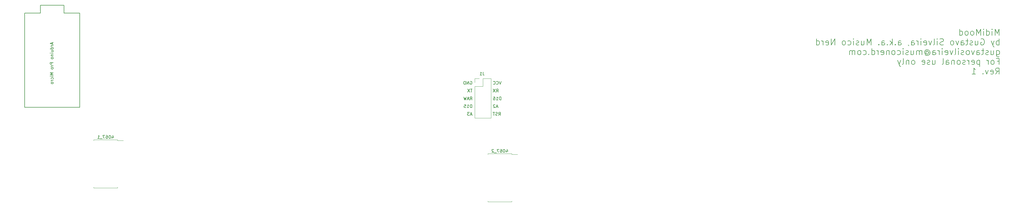
<source format=gbr>
%TF.GenerationSoftware,KiCad,Pcbnew,(5.1.7-0-10_14)*%
%TF.CreationDate,2020-11-07T09:55:29-03:00*%
%TF.ProjectId,MiniMood (tht),4d696e69-4d6f-46f6-9420-28746874292e,1*%
%TF.SameCoordinates,Original*%
%TF.FileFunction,Legend,Bot*%
%TF.FilePolarity,Positive*%
%FSLAX46Y46*%
G04 Gerber Fmt 4.6, Leading zero omitted, Abs format (unit mm)*
G04 Created by KiCad (PCBNEW (5.1.7-0-10_14)) date 2020-11-07 09:55:29*
%MOMM*%
%LPD*%
G01*
G04 APERTURE LIST*
%ADD10C,0.120000*%
%ADD11C,0.150000*%
G04 APERTURE END LIST*
D10*
X262000000Y-54100000D02*
X262000000Y-43900000D01*
X267200000Y-54100000D02*
X262000000Y-54100000D01*
X267200000Y-41300000D02*
X267200000Y-54100000D01*
X264600000Y-41300000D02*
X267200000Y-41300000D01*
X264600000Y-43900000D02*
X264600000Y-41300000D01*
X262000000Y-43900000D02*
X264600000Y-43900000D01*
X262000000Y-41300000D02*
X263400000Y-41300000D01*
X262000000Y-42600000D02*
X262000000Y-41300000D01*
D11*
X269362857Y-50476666D02*
X268886667Y-50476666D01*
X269458095Y-50762380D02*
X269124762Y-49762380D01*
X268791429Y-50762380D01*
X268505714Y-49857619D02*
X268458095Y-49810000D01*
X268362857Y-49762380D01*
X268124762Y-49762380D01*
X268029524Y-49810000D01*
X267981905Y-49857619D01*
X267934286Y-49952857D01*
X267934286Y-50048095D01*
X267981905Y-50190952D01*
X268553333Y-50762380D01*
X267934286Y-50762380D01*
X268886666Y-45742380D02*
X269220000Y-45266190D01*
X269458095Y-45742380D02*
X269458095Y-44742380D01*
X269077142Y-44742380D01*
X268981904Y-44790000D01*
X268934285Y-44837619D01*
X268886666Y-44932857D01*
X268886666Y-45075714D01*
X268934285Y-45170952D01*
X268981904Y-45218571D01*
X269077142Y-45266190D01*
X269458095Y-45266190D01*
X268553333Y-44742380D02*
X267886666Y-45742380D01*
X267886666Y-44742380D02*
X268553333Y-45742380D01*
X269648572Y-53272380D02*
X269981905Y-52796190D01*
X270220000Y-53272380D02*
X270220000Y-52272380D01*
X269839048Y-52272380D01*
X269743810Y-52320000D01*
X269696191Y-52367619D01*
X269648572Y-52462857D01*
X269648572Y-52605714D01*
X269696191Y-52700952D01*
X269743810Y-52748571D01*
X269839048Y-52796190D01*
X270220000Y-52796190D01*
X269267619Y-53224761D02*
X269124762Y-53272380D01*
X268886667Y-53272380D01*
X268791429Y-53224761D01*
X268743810Y-53177142D01*
X268696191Y-53081904D01*
X268696191Y-52986666D01*
X268743810Y-52891428D01*
X268791429Y-52843809D01*
X268886667Y-52796190D01*
X269077143Y-52748571D01*
X269172381Y-52700952D01*
X269220000Y-52653333D01*
X269267619Y-52558095D01*
X269267619Y-52462857D01*
X269220000Y-52367619D01*
X269172381Y-52320000D01*
X269077143Y-52272380D01*
X268839048Y-52272380D01*
X268696191Y-52320000D01*
X268410476Y-52272380D02*
X267839048Y-52272380D01*
X268124762Y-53272380D02*
X268124762Y-52272380D01*
X270505714Y-42232380D02*
X270172381Y-43232380D01*
X269839047Y-42232380D01*
X268934285Y-43137142D02*
X268981904Y-43184761D01*
X269124761Y-43232380D01*
X269220000Y-43232380D01*
X269362857Y-43184761D01*
X269458095Y-43089523D01*
X269505714Y-42994285D01*
X269553333Y-42803809D01*
X269553333Y-42660952D01*
X269505714Y-42470476D01*
X269458095Y-42375238D01*
X269362857Y-42280000D01*
X269220000Y-42232380D01*
X269124761Y-42232380D01*
X268981904Y-42280000D01*
X268934285Y-42327619D01*
X267934285Y-43137142D02*
X267981904Y-43184761D01*
X268124761Y-43232380D01*
X268220000Y-43232380D01*
X268362857Y-43184761D01*
X268458095Y-43089523D01*
X268505714Y-42994285D01*
X268553333Y-42803809D01*
X268553333Y-42660952D01*
X268505714Y-42470476D01*
X268458095Y-42375238D01*
X268362857Y-42280000D01*
X268220000Y-42232380D01*
X268124761Y-42232380D01*
X267981904Y-42280000D01*
X267934285Y-42327619D01*
X270410476Y-48252380D02*
X270410476Y-47252380D01*
X270172381Y-47252380D01*
X270029524Y-47300000D01*
X269934286Y-47395238D01*
X269886667Y-47490476D01*
X269839048Y-47680952D01*
X269839048Y-47823809D01*
X269886667Y-48014285D01*
X269934286Y-48109523D01*
X270029524Y-48204761D01*
X270172381Y-48252380D01*
X270410476Y-48252380D01*
X268886667Y-48252380D02*
X269458095Y-48252380D01*
X269172381Y-48252380D02*
X269172381Y-47252380D01*
X269267619Y-47395238D01*
X269362857Y-47490476D01*
X269458095Y-47538095D01*
X268029524Y-47252380D02*
X268220000Y-47252380D01*
X268315238Y-47300000D01*
X268362857Y-47347619D01*
X268458095Y-47490476D01*
X268505714Y-47680952D01*
X268505714Y-48061904D01*
X268458095Y-48157142D01*
X268410476Y-48204761D01*
X268315238Y-48252380D01*
X268124762Y-48252380D01*
X268029524Y-48204761D01*
X267981905Y-48157142D01*
X267934286Y-48061904D01*
X267934286Y-47823809D01*
X267981905Y-47728571D01*
X268029524Y-47680952D01*
X268124762Y-47633333D01*
X268315238Y-47633333D01*
X268410476Y-47680952D01*
X268458095Y-47728571D01*
X268505714Y-47823809D01*
X261053333Y-52986666D02*
X260577143Y-52986666D01*
X261148571Y-53272380D02*
X260815238Y-52272380D01*
X260481905Y-53272380D01*
X260243809Y-52272380D02*
X259624762Y-52272380D01*
X259958095Y-52653333D01*
X259815238Y-52653333D01*
X259720000Y-52700952D01*
X259672381Y-52748571D01*
X259624762Y-52843809D01*
X259624762Y-53081904D01*
X259672381Y-53177142D01*
X259720000Y-53224761D01*
X259815238Y-53272380D01*
X260100952Y-53272380D01*
X260196190Y-53224761D01*
X260243809Y-53177142D01*
X261005714Y-50762380D02*
X261005714Y-49762380D01*
X260767619Y-49762380D01*
X260624762Y-49810000D01*
X260529524Y-49905238D01*
X260481905Y-50000476D01*
X260434286Y-50190952D01*
X260434286Y-50333809D01*
X260481905Y-50524285D01*
X260529524Y-50619523D01*
X260624762Y-50714761D01*
X260767619Y-50762380D01*
X261005714Y-50762380D01*
X259481905Y-50762380D02*
X260053333Y-50762380D01*
X259767619Y-50762380D02*
X259767619Y-49762380D01*
X259862857Y-49905238D01*
X259958095Y-50000476D01*
X260053333Y-50048095D01*
X258577143Y-49762380D02*
X259053333Y-49762380D01*
X259100952Y-50238571D01*
X259053333Y-50190952D01*
X258958095Y-50143333D01*
X258720000Y-50143333D01*
X258624762Y-50190952D01*
X258577143Y-50238571D01*
X258529524Y-50333809D01*
X258529524Y-50571904D01*
X258577143Y-50667142D01*
X258624762Y-50714761D01*
X258720000Y-50762380D01*
X258958095Y-50762380D01*
X259053333Y-50714761D01*
X259100952Y-50667142D01*
X260434286Y-48252380D02*
X260767619Y-47776190D01*
X261005714Y-48252380D02*
X261005714Y-47252380D01*
X260624762Y-47252380D01*
X260529524Y-47300000D01*
X260481905Y-47347619D01*
X260434286Y-47442857D01*
X260434286Y-47585714D01*
X260481905Y-47680952D01*
X260529524Y-47728571D01*
X260624762Y-47776190D01*
X261005714Y-47776190D01*
X260053333Y-47966666D02*
X259577143Y-47966666D01*
X260148571Y-48252380D02*
X259815238Y-47252380D01*
X259481905Y-48252380D01*
X259243810Y-47252380D02*
X259005714Y-48252380D01*
X258815238Y-47538095D01*
X258624762Y-48252380D01*
X258386667Y-47252380D01*
X261148571Y-44742380D02*
X260577143Y-44742380D01*
X260862857Y-45742380D02*
X260862857Y-44742380D01*
X260339047Y-44742380D02*
X259672381Y-45742380D01*
X259672381Y-44742380D02*
X260339047Y-45742380D01*
X260481904Y-42280000D02*
X260577142Y-42232380D01*
X260720000Y-42232380D01*
X260862857Y-42280000D01*
X260958095Y-42375238D01*
X261005714Y-42470476D01*
X261053333Y-42660952D01*
X261053333Y-42803809D01*
X261005714Y-42994285D01*
X260958095Y-43089523D01*
X260862857Y-43184761D01*
X260720000Y-43232380D01*
X260624761Y-43232380D01*
X260481904Y-43184761D01*
X260434285Y-43137142D01*
X260434285Y-42803809D01*
X260624761Y-42803809D01*
X260005714Y-43232380D02*
X260005714Y-42232380D01*
X259434285Y-43232380D01*
X259434285Y-42232380D01*
X258958095Y-43232380D02*
X258958095Y-42232380D01*
X258720000Y-42232380D01*
X258577142Y-42280000D01*
X258481904Y-42375238D01*
X258434285Y-42470476D01*
X258386666Y-42660952D01*
X258386666Y-42803809D01*
X258434285Y-42994285D01*
X258481904Y-43089523D01*
X258577142Y-43184761D01*
X258720000Y-43232380D01*
X258958095Y-43232380D01*
X431246309Y-27324761D02*
X431246309Y-25324761D01*
X430579642Y-26753333D01*
X429912976Y-25324761D01*
X429912976Y-27324761D01*
X428960595Y-27324761D02*
X428960595Y-25991428D01*
X428960595Y-25324761D02*
X429055833Y-25420000D01*
X428960595Y-25515238D01*
X428865357Y-25420000D01*
X428960595Y-25324761D01*
X428960595Y-25515238D01*
X427151071Y-27324761D02*
X427151071Y-25324761D01*
X427151071Y-27229523D02*
X427341547Y-27324761D01*
X427722500Y-27324761D01*
X427912976Y-27229523D01*
X428008214Y-27134285D01*
X428103452Y-26943809D01*
X428103452Y-26372380D01*
X428008214Y-26181904D01*
X427912976Y-26086666D01*
X427722500Y-25991428D01*
X427341547Y-25991428D01*
X427151071Y-26086666D01*
X426198690Y-27324761D02*
X426198690Y-25991428D01*
X426198690Y-25324761D02*
X426293928Y-25420000D01*
X426198690Y-25515238D01*
X426103452Y-25420000D01*
X426198690Y-25324761D01*
X426198690Y-25515238D01*
X425246309Y-27324761D02*
X425246309Y-25324761D01*
X424579642Y-26753333D01*
X423912976Y-25324761D01*
X423912976Y-27324761D01*
X422674880Y-27324761D02*
X422865357Y-27229523D01*
X422960595Y-27134285D01*
X423055833Y-26943809D01*
X423055833Y-26372380D01*
X422960595Y-26181904D01*
X422865357Y-26086666D01*
X422674880Y-25991428D01*
X422389166Y-25991428D01*
X422198690Y-26086666D01*
X422103452Y-26181904D01*
X422008214Y-26372380D01*
X422008214Y-26943809D01*
X422103452Y-27134285D01*
X422198690Y-27229523D01*
X422389166Y-27324761D01*
X422674880Y-27324761D01*
X420865357Y-27324761D02*
X421055833Y-27229523D01*
X421151071Y-27134285D01*
X421246309Y-26943809D01*
X421246309Y-26372380D01*
X421151071Y-26181904D01*
X421055833Y-26086666D01*
X420865357Y-25991428D01*
X420579642Y-25991428D01*
X420389166Y-26086666D01*
X420293928Y-26181904D01*
X420198690Y-26372380D01*
X420198690Y-26943809D01*
X420293928Y-27134285D01*
X420389166Y-27229523D01*
X420579642Y-27324761D01*
X420865357Y-27324761D01*
X418484404Y-27324761D02*
X418484404Y-25324761D01*
X418484404Y-27229523D02*
X418674880Y-27324761D01*
X419055833Y-27324761D01*
X419246309Y-27229523D01*
X419341547Y-27134285D01*
X419436785Y-26943809D01*
X419436785Y-26372380D01*
X419341547Y-26181904D01*
X419246309Y-26086666D01*
X419055833Y-25991428D01*
X418674880Y-25991428D01*
X418484404Y-26086666D01*
X431246309Y-30474761D02*
X431246309Y-28474761D01*
X431246309Y-29236666D02*
X431055833Y-29141428D01*
X430674880Y-29141428D01*
X430484404Y-29236666D01*
X430389166Y-29331904D01*
X430293928Y-29522380D01*
X430293928Y-30093809D01*
X430389166Y-30284285D01*
X430484404Y-30379523D01*
X430674880Y-30474761D01*
X431055833Y-30474761D01*
X431246309Y-30379523D01*
X429627261Y-29141428D02*
X429151071Y-30474761D01*
X428674880Y-29141428D02*
X429151071Y-30474761D01*
X429341547Y-30950952D01*
X429436785Y-31046190D01*
X429627261Y-31141428D01*
X425341547Y-28570000D02*
X425532023Y-28474761D01*
X425817738Y-28474761D01*
X426103452Y-28570000D01*
X426293928Y-28760476D01*
X426389166Y-28950952D01*
X426484404Y-29331904D01*
X426484404Y-29617619D01*
X426389166Y-29998571D01*
X426293928Y-30189047D01*
X426103452Y-30379523D01*
X425817738Y-30474761D01*
X425627261Y-30474761D01*
X425341547Y-30379523D01*
X425246309Y-30284285D01*
X425246309Y-29617619D01*
X425627261Y-29617619D01*
X423532023Y-29141428D02*
X423532023Y-30474761D01*
X424389166Y-29141428D02*
X424389166Y-30189047D01*
X424293928Y-30379523D01*
X424103452Y-30474761D01*
X423817738Y-30474761D01*
X423627261Y-30379523D01*
X423532023Y-30284285D01*
X422674880Y-30379523D02*
X422484404Y-30474761D01*
X422103452Y-30474761D01*
X421912976Y-30379523D01*
X421817738Y-30189047D01*
X421817738Y-30093809D01*
X421912976Y-29903333D01*
X422103452Y-29808095D01*
X422389166Y-29808095D01*
X422579642Y-29712857D01*
X422674880Y-29522380D01*
X422674880Y-29427142D01*
X422579642Y-29236666D01*
X422389166Y-29141428D01*
X422103452Y-29141428D01*
X421912976Y-29236666D01*
X421246309Y-29141428D02*
X420484404Y-29141428D01*
X420960595Y-28474761D02*
X420960595Y-30189047D01*
X420865357Y-30379523D01*
X420674880Y-30474761D01*
X420484404Y-30474761D01*
X418960595Y-30474761D02*
X418960595Y-29427142D01*
X419055833Y-29236666D01*
X419246309Y-29141428D01*
X419627261Y-29141428D01*
X419817738Y-29236666D01*
X418960595Y-30379523D02*
X419151071Y-30474761D01*
X419627261Y-30474761D01*
X419817738Y-30379523D01*
X419912976Y-30189047D01*
X419912976Y-29998571D01*
X419817738Y-29808095D01*
X419627261Y-29712857D01*
X419151071Y-29712857D01*
X418960595Y-29617619D01*
X418198690Y-29141428D02*
X417722500Y-30474761D01*
X417246309Y-29141428D01*
X416198690Y-30474761D02*
X416389166Y-30379523D01*
X416484404Y-30284285D01*
X416579642Y-30093809D01*
X416579642Y-29522380D01*
X416484404Y-29331904D01*
X416389166Y-29236666D01*
X416198690Y-29141428D01*
X415912976Y-29141428D01*
X415722500Y-29236666D01*
X415627261Y-29331904D01*
X415532023Y-29522380D01*
X415532023Y-30093809D01*
X415627261Y-30284285D01*
X415722500Y-30379523D01*
X415912976Y-30474761D01*
X416198690Y-30474761D01*
X413246309Y-30379523D02*
X412960595Y-30474761D01*
X412484404Y-30474761D01*
X412293928Y-30379523D01*
X412198690Y-30284285D01*
X412103452Y-30093809D01*
X412103452Y-29903333D01*
X412198690Y-29712857D01*
X412293928Y-29617619D01*
X412484404Y-29522380D01*
X412865357Y-29427142D01*
X413055833Y-29331904D01*
X413151071Y-29236666D01*
X413246309Y-29046190D01*
X413246309Y-28855714D01*
X413151071Y-28665238D01*
X413055833Y-28570000D01*
X412865357Y-28474761D01*
X412389166Y-28474761D01*
X412103452Y-28570000D01*
X411246309Y-30474761D02*
X411246309Y-29141428D01*
X411246309Y-28474761D02*
X411341547Y-28570000D01*
X411246309Y-28665238D01*
X411151071Y-28570000D01*
X411246309Y-28474761D01*
X411246309Y-28665238D01*
X410008214Y-30474761D02*
X410198690Y-30379523D01*
X410293928Y-30189047D01*
X410293928Y-28474761D01*
X409436785Y-29141428D02*
X408960595Y-30474761D01*
X408484404Y-29141428D01*
X406960595Y-30379523D02*
X407151071Y-30474761D01*
X407532023Y-30474761D01*
X407722500Y-30379523D01*
X407817738Y-30189047D01*
X407817738Y-29427142D01*
X407722500Y-29236666D01*
X407532023Y-29141428D01*
X407151071Y-29141428D01*
X406960595Y-29236666D01*
X406865357Y-29427142D01*
X406865357Y-29617619D01*
X407817738Y-29808095D01*
X406008214Y-30474761D02*
X406008214Y-29141428D01*
X406008214Y-28474761D02*
X406103452Y-28570000D01*
X406008214Y-28665238D01*
X405912976Y-28570000D01*
X406008214Y-28474761D01*
X406008214Y-28665238D01*
X405055833Y-30474761D02*
X405055833Y-29141428D01*
X405055833Y-29522380D02*
X404960595Y-29331904D01*
X404865357Y-29236666D01*
X404674880Y-29141428D01*
X404484404Y-29141428D01*
X402960595Y-30474761D02*
X402960595Y-29427142D01*
X403055833Y-29236666D01*
X403246309Y-29141428D01*
X403627261Y-29141428D01*
X403817738Y-29236666D01*
X402960595Y-30379523D02*
X403151071Y-30474761D01*
X403627261Y-30474761D01*
X403817738Y-30379523D01*
X403912976Y-30189047D01*
X403912976Y-29998571D01*
X403817738Y-29808095D01*
X403627261Y-29712857D01*
X403151071Y-29712857D01*
X402960595Y-29617619D01*
X401912976Y-30379523D02*
X401912976Y-30474761D01*
X402008214Y-30665238D01*
X402103452Y-30760476D01*
X398674880Y-30474761D02*
X398674880Y-29427142D01*
X398770119Y-29236666D01*
X398960595Y-29141428D01*
X399341547Y-29141428D01*
X399532023Y-29236666D01*
X398674880Y-30379523D02*
X398865357Y-30474761D01*
X399341547Y-30474761D01*
X399532023Y-30379523D01*
X399627261Y-30189047D01*
X399627261Y-29998571D01*
X399532023Y-29808095D01*
X399341547Y-29712857D01*
X398865357Y-29712857D01*
X398674880Y-29617619D01*
X397722500Y-30284285D02*
X397627261Y-30379523D01*
X397722500Y-30474761D01*
X397817738Y-30379523D01*
X397722500Y-30284285D01*
X397722500Y-30474761D01*
X396770119Y-30474761D02*
X396770119Y-28474761D01*
X396579642Y-29712857D02*
X396008214Y-30474761D01*
X396008214Y-29141428D02*
X396770119Y-29903333D01*
X395151071Y-30284285D02*
X395055833Y-30379523D01*
X395151071Y-30474761D01*
X395246309Y-30379523D01*
X395151071Y-30284285D01*
X395151071Y-30474761D01*
X393341547Y-30474761D02*
X393341547Y-29427142D01*
X393436785Y-29236666D01*
X393627261Y-29141428D01*
X394008214Y-29141428D01*
X394198690Y-29236666D01*
X393341547Y-30379523D02*
X393532023Y-30474761D01*
X394008214Y-30474761D01*
X394198690Y-30379523D01*
X394293928Y-30189047D01*
X394293928Y-29998571D01*
X394198690Y-29808095D01*
X394008214Y-29712857D01*
X393532023Y-29712857D01*
X393341547Y-29617619D01*
X392389166Y-30284285D02*
X392293928Y-30379523D01*
X392389166Y-30474761D01*
X392484404Y-30379523D01*
X392389166Y-30284285D01*
X392389166Y-30474761D01*
X389912976Y-30474761D02*
X389912976Y-28474761D01*
X389246309Y-29903333D01*
X388579642Y-28474761D01*
X388579642Y-30474761D01*
X386770119Y-29141428D02*
X386770119Y-30474761D01*
X387627261Y-29141428D02*
X387627261Y-30189047D01*
X387532023Y-30379523D01*
X387341547Y-30474761D01*
X387055833Y-30474761D01*
X386865357Y-30379523D01*
X386770119Y-30284285D01*
X385912976Y-30379523D02*
X385722500Y-30474761D01*
X385341547Y-30474761D01*
X385151071Y-30379523D01*
X385055833Y-30189047D01*
X385055833Y-30093809D01*
X385151071Y-29903333D01*
X385341547Y-29808095D01*
X385627261Y-29808095D01*
X385817738Y-29712857D01*
X385912976Y-29522380D01*
X385912976Y-29427142D01*
X385817738Y-29236666D01*
X385627261Y-29141428D01*
X385341547Y-29141428D01*
X385151071Y-29236666D01*
X384198690Y-30474761D02*
X384198690Y-29141428D01*
X384198690Y-28474761D02*
X384293928Y-28570000D01*
X384198690Y-28665238D01*
X384103452Y-28570000D01*
X384198690Y-28474761D01*
X384198690Y-28665238D01*
X382389166Y-30379523D02*
X382579642Y-30474761D01*
X382960595Y-30474761D01*
X383151071Y-30379523D01*
X383246309Y-30284285D01*
X383341547Y-30093809D01*
X383341547Y-29522380D01*
X383246309Y-29331904D01*
X383151071Y-29236666D01*
X382960595Y-29141428D01*
X382579642Y-29141428D01*
X382389166Y-29236666D01*
X381246309Y-30474761D02*
X381436785Y-30379523D01*
X381532023Y-30284285D01*
X381627261Y-30093809D01*
X381627261Y-29522380D01*
X381532023Y-29331904D01*
X381436785Y-29236666D01*
X381246309Y-29141428D01*
X380960595Y-29141428D01*
X380770119Y-29236666D01*
X380674880Y-29331904D01*
X380579642Y-29522380D01*
X380579642Y-30093809D01*
X380674880Y-30284285D01*
X380770119Y-30379523D01*
X380960595Y-30474761D01*
X381246309Y-30474761D01*
X378198690Y-30474761D02*
X378198690Y-28474761D01*
X377055833Y-30474761D01*
X377055833Y-28474761D01*
X375341547Y-30379523D02*
X375532023Y-30474761D01*
X375912976Y-30474761D01*
X376103452Y-30379523D01*
X376198690Y-30189047D01*
X376198690Y-29427142D01*
X376103452Y-29236666D01*
X375912976Y-29141428D01*
X375532023Y-29141428D01*
X375341547Y-29236666D01*
X375246309Y-29427142D01*
X375246309Y-29617619D01*
X376198690Y-29808095D01*
X374389166Y-30474761D02*
X374389166Y-29141428D01*
X374389166Y-29522380D02*
X374293928Y-29331904D01*
X374198690Y-29236666D01*
X374008214Y-29141428D01*
X373817738Y-29141428D01*
X372293928Y-30474761D02*
X372293928Y-28474761D01*
X372293928Y-30379523D02*
X372484404Y-30474761D01*
X372865357Y-30474761D01*
X373055833Y-30379523D01*
X373151071Y-30284285D01*
X373246309Y-30093809D01*
X373246309Y-29522380D01*
X373151071Y-29331904D01*
X373055833Y-29236666D01*
X372865357Y-29141428D01*
X372484404Y-29141428D01*
X372293928Y-29236666D01*
X430389166Y-32291428D02*
X430389166Y-33910476D01*
X430484404Y-34100952D01*
X430579642Y-34196190D01*
X430770119Y-34291428D01*
X431055833Y-34291428D01*
X431246309Y-34196190D01*
X430389166Y-33529523D02*
X430579642Y-33624761D01*
X430960595Y-33624761D01*
X431151071Y-33529523D01*
X431246309Y-33434285D01*
X431341547Y-33243809D01*
X431341547Y-32672380D01*
X431246309Y-32481904D01*
X431151071Y-32386666D01*
X430960595Y-32291428D01*
X430579642Y-32291428D01*
X430389166Y-32386666D01*
X428579642Y-32291428D02*
X428579642Y-33624761D01*
X429436785Y-32291428D02*
X429436785Y-33339047D01*
X429341547Y-33529523D01*
X429151071Y-33624761D01*
X428865357Y-33624761D01*
X428674880Y-33529523D01*
X428579642Y-33434285D01*
X427722500Y-33529523D02*
X427532023Y-33624761D01*
X427151071Y-33624761D01*
X426960595Y-33529523D01*
X426865357Y-33339047D01*
X426865357Y-33243809D01*
X426960595Y-33053333D01*
X427151071Y-32958095D01*
X427436785Y-32958095D01*
X427627261Y-32862857D01*
X427722500Y-32672380D01*
X427722500Y-32577142D01*
X427627261Y-32386666D01*
X427436785Y-32291428D01*
X427151071Y-32291428D01*
X426960595Y-32386666D01*
X426293928Y-32291428D02*
X425532023Y-32291428D01*
X426008214Y-31624761D02*
X426008214Y-33339047D01*
X425912976Y-33529523D01*
X425722500Y-33624761D01*
X425532023Y-33624761D01*
X424008214Y-33624761D02*
X424008214Y-32577142D01*
X424103452Y-32386666D01*
X424293928Y-32291428D01*
X424674880Y-32291428D01*
X424865357Y-32386666D01*
X424008214Y-33529523D02*
X424198690Y-33624761D01*
X424674880Y-33624761D01*
X424865357Y-33529523D01*
X424960595Y-33339047D01*
X424960595Y-33148571D01*
X424865357Y-32958095D01*
X424674880Y-32862857D01*
X424198690Y-32862857D01*
X424008214Y-32767619D01*
X423246309Y-32291428D02*
X422770119Y-33624761D01*
X422293928Y-32291428D01*
X421246309Y-33624761D02*
X421436785Y-33529523D01*
X421532023Y-33434285D01*
X421627261Y-33243809D01*
X421627261Y-32672380D01*
X421532023Y-32481904D01*
X421436785Y-32386666D01*
X421246309Y-32291428D01*
X420960595Y-32291428D01*
X420770119Y-32386666D01*
X420674880Y-32481904D01*
X420579642Y-32672380D01*
X420579642Y-33243809D01*
X420674880Y-33434285D01*
X420770119Y-33529523D01*
X420960595Y-33624761D01*
X421246309Y-33624761D01*
X419817738Y-33529523D02*
X419627261Y-33624761D01*
X419246309Y-33624761D01*
X419055833Y-33529523D01*
X418960595Y-33339047D01*
X418960595Y-33243809D01*
X419055833Y-33053333D01*
X419246309Y-32958095D01*
X419532023Y-32958095D01*
X419722500Y-32862857D01*
X419817738Y-32672380D01*
X419817738Y-32577142D01*
X419722500Y-32386666D01*
X419532023Y-32291428D01*
X419246309Y-32291428D01*
X419055833Y-32386666D01*
X418103452Y-33624761D02*
X418103452Y-32291428D01*
X418103452Y-31624761D02*
X418198690Y-31720000D01*
X418103452Y-31815238D01*
X418008214Y-31720000D01*
X418103452Y-31624761D01*
X418103452Y-31815238D01*
X416865357Y-33624761D02*
X417055833Y-33529523D01*
X417151071Y-33339047D01*
X417151071Y-31624761D01*
X416293928Y-32291428D02*
X415817738Y-33624761D01*
X415341547Y-32291428D01*
X413817738Y-33529523D02*
X414008214Y-33624761D01*
X414389166Y-33624761D01*
X414579642Y-33529523D01*
X414674880Y-33339047D01*
X414674880Y-32577142D01*
X414579642Y-32386666D01*
X414389166Y-32291428D01*
X414008214Y-32291428D01*
X413817738Y-32386666D01*
X413722500Y-32577142D01*
X413722500Y-32767619D01*
X414674880Y-32958095D01*
X412865357Y-33624761D02*
X412865357Y-32291428D01*
X412865357Y-31624761D02*
X412960595Y-31720000D01*
X412865357Y-31815238D01*
X412770119Y-31720000D01*
X412865357Y-31624761D01*
X412865357Y-31815238D01*
X411912976Y-33624761D02*
X411912976Y-32291428D01*
X411912976Y-32672380D02*
X411817738Y-32481904D01*
X411722500Y-32386666D01*
X411532023Y-32291428D01*
X411341547Y-32291428D01*
X409817738Y-33624761D02*
X409817738Y-32577142D01*
X409912976Y-32386666D01*
X410103452Y-32291428D01*
X410484404Y-32291428D01*
X410674880Y-32386666D01*
X409817738Y-33529523D02*
X410008214Y-33624761D01*
X410484404Y-33624761D01*
X410674880Y-33529523D01*
X410770119Y-33339047D01*
X410770119Y-33148571D01*
X410674880Y-32958095D01*
X410484404Y-32862857D01*
X410008214Y-32862857D01*
X409817738Y-32767619D01*
X407627261Y-32672380D02*
X407722500Y-32577142D01*
X407912976Y-32481904D01*
X408103452Y-32481904D01*
X408293928Y-32577142D01*
X408389166Y-32672380D01*
X408484404Y-32862857D01*
X408484404Y-33053333D01*
X408389166Y-33243809D01*
X408293928Y-33339047D01*
X408103452Y-33434285D01*
X407912976Y-33434285D01*
X407722500Y-33339047D01*
X407627261Y-33243809D01*
X407627261Y-32481904D02*
X407627261Y-33243809D01*
X407532023Y-33339047D01*
X407436785Y-33339047D01*
X407246309Y-33243809D01*
X407151071Y-33053333D01*
X407151071Y-32577142D01*
X407341547Y-32291428D01*
X407627261Y-32100952D01*
X408008214Y-32005714D01*
X408389166Y-32100952D01*
X408674880Y-32291428D01*
X408865357Y-32577142D01*
X408960595Y-32958095D01*
X408865357Y-33339047D01*
X408674880Y-33624761D01*
X408389166Y-33815238D01*
X408008214Y-33910476D01*
X407627261Y-33815238D01*
X407341547Y-33624761D01*
X406293928Y-33624761D02*
X406293928Y-32291428D01*
X406293928Y-32481904D02*
X406198690Y-32386666D01*
X406008214Y-32291428D01*
X405722500Y-32291428D01*
X405532023Y-32386666D01*
X405436785Y-32577142D01*
X405436785Y-33624761D01*
X405436785Y-32577142D02*
X405341547Y-32386666D01*
X405151071Y-32291428D01*
X404865357Y-32291428D01*
X404674880Y-32386666D01*
X404579642Y-32577142D01*
X404579642Y-33624761D01*
X402770119Y-32291428D02*
X402770119Y-33624761D01*
X403627261Y-32291428D02*
X403627261Y-33339047D01*
X403532023Y-33529523D01*
X403341547Y-33624761D01*
X403055833Y-33624761D01*
X402865357Y-33529523D01*
X402770119Y-33434285D01*
X401912976Y-33529523D02*
X401722500Y-33624761D01*
X401341547Y-33624761D01*
X401151071Y-33529523D01*
X401055833Y-33339047D01*
X401055833Y-33243809D01*
X401151071Y-33053333D01*
X401341547Y-32958095D01*
X401627261Y-32958095D01*
X401817738Y-32862857D01*
X401912976Y-32672380D01*
X401912976Y-32577142D01*
X401817738Y-32386666D01*
X401627261Y-32291428D01*
X401341547Y-32291428D01*
X401151071Y-32386666D01*
X400198690Y-33624761D02*
X400198690Y-32291428D01*
X400198690Y-31624761D02*
X400293928Y-31720000D01*
X400198690Y-31815238D01*
X400103452Y-31720000D01*
X400198690Y-31624761D01*
X400198690Y-31815238D01*
X398389166Y-33529523D02*
X398579642Y-33624761D01*
X398960595Y-33624761D01*
X399151071Y-33529523D01*
X399246309Y-33434285D01*
X399341547Y-33243809D01*
X399341547Y-32672380D01*
X399246309Y-32481904D01*
X399151071Y-32386666D01*
X398960595Y-32291428D01*
X398579642Y-32291428D01*
X398389166Y-32386666D01*
X397246309Y-33624761D02*
X397436785Y-33529523D01*
X397532023Y-33434285D01*
X397627261Y-33243809D01*
X397627261Y-32672380D01*
X397532023Y-32481904D01*
X397436785Y-32386666D01*
X397246309Y-32291428D01*
X396960595Y-32291428D01*
X396770119Y-32386666D01*
X396674880Y-32481904D01*
X396579642Y-32672380D01*
X396579642Y-33243809D01*
X396674880Y-33434285D01*
X396770119Y-33529523D01*
X396960595Y-33624761D01*
X397246309Y-33624761D01*
X395722500Y-32291428D02*
X395722500Y-33624761D01*
X395722500Y-32481904D02*
X395627261Y-32386666D01*
X395436785Y-32291428D01*
X395151071Y-32291428D01*
X394960595Y-32386666D01*
X394865357Y-32577142D01*
X394865357Y-33624761D01*
X393151071Y-33529523D02*
X393341547Y-33624761D01*
X393722500Y-33624761D01*
X393912976Y-33529523D01*
X394008214Y-33339047D01*
X394008214Y-32577142D01*
X393912976Y-32386666D01*
X393722500Y-32291428D01*
X393341547Y-32291428D01*
X393151071Y-32386666D01*
X393055833Y-32577142D01*
X393055833Y-32767619D01*
X394008214Y-32958095D01*
X392198690Y-33624761D02*
X392198690Y-32291428D01*
X392198690Y-32672380D02*
X392103452Y-32481904D01*
X392008214Y-32386666D01*
X391817738Y-32291428D01*
X391627261Y-32291428D01*
X390103452Y-33624761D02*
X390103452Y-31624761D01*
X390103452Y-33529523D02*
X390293928Y-33624761D01*
X390674880Y-33624761D01*
X390865357Y-33529523D01*
X390960595Y-33434285D01*
X391055833Y-33243809D01*
X391055833Y-32672380D01*
X390960595Y-32481904D01*
X390865357Y-32386666D01*
X390674880Y-32291428D01*
X390293928Y-32291428D01*
X390103452Y-32386666D01*
X389151071Y-33434285D02*
X389055833Y-33529523D01*
X389151071Y-33624761D01*
X389246309Y-33529523D01*
X389151071Y-33434285D01*
X389151071Y-33624761D01*
X387341547Y-33529523D02*
X387532023Y-33624761D01*
X387912976Y-33624761D01*
X388103452Y-33529523D01*
X388198690Y-33434285D01*
X388293928Y-33243809D01*
X388293928Y-32672380D01*
X388198690Y-32481904D01*
X388103452Y-32386666D01*
X387912976Y-32291428D01*
X387532023Y-32291428D01*
X387341547Y-32386666D01*
X386198690Y-33624761D02*
X386389166Y-33529523D01*
X386484404Y-33434285D01*
X386579642Y-33243809D01*
X386579642Y-32672380D01*
X386484404Y-32481904D01*
X386389166Y-32386666D01*
X386198690Y-32291428D01*
X385912976Y-32291428D01*
X385722500Y-32386666D01*
X385627261Y-32481904D01*
X385532023Y-32672380D01*
X385532023Y-33243809D01*
X385627261Y-33434285D01*
X385722500Y-33529523D01*
X385912976Y-33624761D01*
X386198690Y-33624761D01*
X384674880Y-33624761D02*
X384674880Y-32291428D01*
X384674880Y-32481904D02*
X384579642Y-32386666D01*
X384389166Y-32291428D01*
X384103452Y-32291428D01*
X383912976Y-32386666D01*
X383817738Y-32577142D01*
X383817738Y-33624761D01*
X383817738Y-32577142D02*
X383722500Y-32386666D01*
X383532023Y-32291428D01*
X383246309Y-32291428D01*
X383055833Y-32386666D01*
X382960595Y-32577142D01*
X382960595Y-33624761D01*
X430579642Y-35727142D02*
X431246309Y-35727142D01*
X431246309Y-36774761D02*
X431246309Y-34774761D01*
X430293928Y-34774761D01*
X429246309Y-36774761D02*
X429436785Y-36679523D01*
X429532023Y-36584285D01*
X429627261Y-36393809D01*
X429627261Y-35822380D01*
X429532023Y-35631904D01*
X429436785Y-35536666D01*
X429246309Y-35441428D01*
X428960595Y-35441428D01*
X428770119Y-35536666D01*
X428674880Y-35631904D01*
X428579642Y-35822380D01*
X428579642Y-36393809D01*
X428674880Y-36584285D01*
X428770119Y-36679523D01*
X428960595Y-36774761D01*
X429246309Y-36774761D01*
X427722500Y-36774761D02*
X427722500Y-35441428D01*
X427722500Y-35822380D02*
X427627261Y-35631904D01*
X427532023Y-35536666D01*
X427341547Y-35441428D01*
X427151071Y-35441428D01*
X424960595Y-35441428D02*
X424960595Y-37441428D01*
X424960595Y-35536666D02*
X424770119Y-35441428D01*
X424389166Y-35441428D01*
X424198690Y-35536666D01*
X424103452Y-35631904D01*
X424008214Y-35822380D01*
X424008214Y-36393809D01*
X424103452Y-36584285D01*
X424198690Y-36679523D01*
X424389166Y-36774761D01*
X424770119Y-36774761D01*
X424960595Y-36679523D01*
X422389166Y-36679523D02*
X422579642Y-36774761D01*
X422960595Y-36774761D01*
X423151071Y-36679523D01*
X423246309Y-36489047D01*
X423246309Y-35727142D01*
X423151071Y-35536666D01*
X422960595Y-35441428D01*
X422579642Y-35441428D01*
X422389166Y-35536666D01*
X422293928Y-35727142D01*
X422293928Y-35917619D01*
X423246309Y-36108095D01*
X421436785Y-36774761D02*
X421436785Y-35441428D01*
X421436785Y-35822380D02*
X421341547Y-35631904D01*
X421246309Y-35536666D01*
X421055833Y-35441428D01*
X420865357Y-35441428D01*
X420293928Y-36679523D02*
X420103452Y-36774761D01*
X419722500Y-36774761D01*
X419532023Y-36679523D01*
X419436785Y-36489047D01*
X419436785Y-36393809D01*
X419532023Y-36203333D01*
X419722500Y-36108095D01*
X420008214Y-36108095D01*
X420198690Y-36012857D01*
X420293928Y-35822380D01*
X420293928Y-35727142D01*
X420198690Y-35536666D01*
X420008214Y-35441428D01*
X419722500Y-35441428D01*
X419532023Y-35536666D01*
X418293928Y-36774761D02*
X418484404Y-36679523D01*
X418579642Y-36584285D01*
X418674880Y-36393809D01*
X418674880Y-35822380D01*
X418579642Y-35631904D01*
X418484404Y-35536666D01*
X418293928Y-35441428D01*
X418008214Y-35441428D01*
X417817738Y-35536666D01*
X417722500Y-35631904D01*
X417627261Y-35822380D01*
X417627261Y-36393809D01*
X417722500Y-36584285D01*
X417817738Y-36679523D01*
X418008214Y-36774761D01*
X418293928Y-36774761D01*
X416770119Y-35441428D02*
X416770119Y-36774761D01*
X416770119Y-35631904D02*
X416674880Y-35536666D01*
X416484404Y-35441428D01*
X416198690Y-35441428D01*
X416008214Y-35536666D01*
X415912976Y-35727142D01*
X415912976Y-36774761D01*
X414103452Y-36774761D02*
X414103452Y-35727142D01*
X414198690Y-35536666D01*
X414389166Y-35441428D01*
X414770119Y-35441428D01*
X414960595Y-35536666D01*
X414103452Y-36679523D02*
X414293928Y-36774761D01*
X414770119Y-36774761D01*
X414960595Y-36679523D01*
X415055833Y-36489047D01*
X415055833Y-36298571D01*
X414960595Y-36108095D01*
X414770119Y-36012857D01*
X414293928Y-36012857D01*
X414103452Y-35917619D01*
X412865357Y-36774761D02*
X413055833Y-36679523D01*
X413151071Y-36489047D01*
X413151071Y-34774761D01*
X409722500Y-35441428D02*
X409722500Y-36774761D01*
X410579642Y-35441428D02*
X410579642Y-36489047D01*
X410484404Y-36679523D01*
X410293928Y-36774761D01*
X410008214Y-36774761D01*
X409817738Y-36679523D01*
X409722500Y-36584285D01*
X408865357Y-36679523D02*
X408674880Y-36774761D01*
X408293928Y-36774761D01*
X408103452Y-36679523D01*
X408008214Y-36489047D01*
X408008214Y-36393809D01*
X408103452Y-36203333D01*
X408293928Y-36108095D01*
X408579642Y-36108095D01*
X408770119Y-36012857D01*
X408865357Y-35822380D01*
X408865357Y-35727142D01*
X408770119Y-35536666D01*
X408579642Y-35441428D01*
X408293928Y-35441428D01*
X408103452Y-35536666D01*
X406389166Y-36679523D02*
X406579642Y-36774761D01*
X406960595Y-36774761D01*
X407151071Y-36679523D01*
X407246309Y-36489047D01*
X407246309Y-35727142D01*
X407151071Y-35536666D01*
X406960595Y-35441428D01*
X406579642Y-35441428D01*
X406389166Y-35536666D01*
X406293928Y-35727142D01*
X406293928Y-35917619D01*
X407246309Y-36108095D01*
X403627261Y-36774761D02*
X403817738Y-36679523D01*
X403912976Y-36584285D01*
X404008214Y-36393809D01*
X404008214Y-35822380D01*
X403912976Y-35631904D01*
X403817738Y-35536666D01*
X403627261Y-35441428D01*
X403341547Y-35441428D01*
X403151071Y-35536666D01*
X403055833Y-35631904D01*
X402960595Y-35822380D01*
X402960595Y-36393809D01*
X403055833Y-36584285D01*
X403151071Y-36679523D01*
X403341547Y-36774761D01*
X403627261Y-36774761D01*
X402103452Y-35441428D02*
X402103452Y-36774761D01*
X402103452Y-35631904D02*
X402008214Y-35536666D01*
X401817738Y-35441428D01*
X401532023Y-35441428D01*
X401341547Y-35536666D01*
X401246309Y-35727142D01*
X401246309Y-36774761D01*
X400008214Y-36774761D02*
X400198690Y-36679523D01*
X400293928Y-36489047D01*
X400293928Y-34774761D01*
X399436785Y-35441428D02*
X398960595Y-36774761D01*
X398484404Y-35441428D02*
X398960595Y-36774761D01*
X399151071Y-37250952D01*
X399246309Y-37346190D01*
X399436785Y-37441428D01*
X430103452Y-39924761D02*
X430770119Y-38972380D01*
X431246309Y-39924761D02*
X431246309Y-37924761D01*
X430484404Y-37924761D01*
X430293928Y-38020000D01*
X430198690Y-38115238D01*
X430103452Y-38305714D01*
X430103452Y-38591428D01*
X430198690Y-38781904D01*
X430293928Y-38877142D01*
X430484404Y-38972380D01*
X431246309Y-38972380D01*
X428484404Y-39829523D02*
X428674880Y-39924761D01*
X429055833Y-39924761D01*
X429246309Y-39829523D01*
X429341547Y-39639047D01*
X429341547Y-38877142D01*
X429246309Y-38686666D01*
X429055833Y-38591428D01*
X428674880Y-38591428D01*
X428484404Y-38686666D01*
X428389166Y-38877142D01*
X428389166Y-39067619D01*
X429341547Y-39258095D01*
X427722500Y-38591428D02*
X427246309Y-39924761D01*
X426770119Y-38591428D01*
X426008214Y-39734285D02*
X425912976Y-39829523D01*
X426008214Y-39924761D01*
X426103452Y-39829523D01*
X426008214Y-39734285D01*
X426008214Y-39924761D01*
X422484404Y-39924761D02*
X423627261Y-39924761D01*
X423055833Y-39924761D02*
X423055833Y-37924761D01*
X423246309Y-38210476D01*
X423436785Y-38400952D01*
X423627261Y-38496190D01*
X125606666Y-29780952D02*
X125606666Y-30257142D01*
X125892380Y-29685714D02*
X124892380Y-30019047D01*
X125892380Y-30352380D01*
X125892380Y-30685714D02*
X125225714Y-30685714D01*
X125416190Y-30685714D02*
X125320952Y-30733333D01*
X125273333Y-30780952D01*
X125225714Y-30876190D01*
X125225714Y-30971428D01*
X125892380Y-31733333D02*
X124892380Y-31733333D01*
X125844761Y-31733333D02*
X125892380Y-31638095D01*
X125892380Y-31447619D01*
X125844761Y-31352380D01*
X125797142Y-31304761D01*
X125701904Y-31257142D01*
X125416190Y-31257142D01*
X125320952Y-31304761D01*
X125273333Y-31352380D01*
X125225714Y-31447619D01*
X125225714Y-31638095D01*
X125273333Y-31733333D01*
X125225714Y-32638095D02*
X125892380Y-32638095D01*
X125225714Y-32209523D02*
X125749523Y-32209523D01*
X125844761Y-32257142D01*
X125892380Y-32352380D01*
X125892380Y-32495238D01*
X125844761Y-32590476D01*
X125797142Y-32638095D01*
X125892380Y-33114285D02*
X125225714Y-33114285D01*
X124892380Y-33114285D02*
X124940000Y-33066666D01*
X124987619Y-33114285D01*
X124940000Y-33161904D01*
X124892380Y-33114285D01*
X124987619Y-33114285D01*
X125225714Y-33590476D02*
X125892380Y-33590476D01*
X125320952Y-33590476D02*
X125273333Y-33638095D01*
X125225714Y-33733333D01*
X125225714Y-33876190D01*
X125273333Y-33971428D01*
X125368571Y-34019047D01*
X125892380Y-34019047D01*
X125892380Y-34638095D02*
X125844761Y-34542857D01*
X125797142Y-34495238D01*
X125701904Y-34447619D01*
X125416190Y-34447619D01*
X125320952Y-34495238D01*
X125273333Y-34542857D01*
X125225714Y-34638095D01*
X125225714Y-34780952D01*
X125273333Y-34876190D01*
X125320952Y-34923809D01*
X125416190Y-34971428D01*
X125701904Y-34971428D01*
X125797142Y-34923809D01*
X125844761Y-34876190D01*
X125892380Y-34780952D01*
X125892380Y-34638095D01*
X125892380Y-36161904D02*
X124892380Y-36161904D01*
X124892380Y-36542857D01*
X124940000Y-36638095D01*
X124987619Y-36685714D01*
X125082857Y-36733333D01*
X125225714Y-36733333D01*
X125320952Y-36685714D01*
X125368571Y-36638095D01*
X125416190Y-36542857D01*
X125416190Y-36161904D01*
X125892380Y-37161904D02*
X125225714Y-37161904D01*
X125416190Y-37161904D02*
X125320952Y-37209523D01*
X125273333Y-37257142D01*
X125225714Y-37352380D01*
X125225714Y-37447619D01*
X125892380Y-37923809D02*
X125844761Y-37828571D01*
X125797142Y-37780952D01*
X125701904Y-37733333D01*
X125416190Y-37733333D01*
X125320952Y-37780952D01*
X125273333Y-37828571D01*
X125225714Y-37923809D01*
X125225714Y-38066666D01*
X125273333Y-38161904D01*
X125320952Y-38209523D01*
X125416190Y-38257142D01*
X125701904Y-38257142D01*
X125797142Y-38209523D01*
X125844761Y-38161904D01*
X125892380Y-38066666D01*
X125892380Y-37923809D01*
X125892380Y-39447619D02*
X124892380Y-39447619D01*
X125606666Y-39780952D01*
X124892380Y-40114285D01*
X125892380Y-40114285D01*
X125892380Y-40590476D02*
X125225714Y-40590476D01*
X124892380Y-40590476D02*
X124940000Y-40542857D01*
X124987619Y-40590476D01*
X124940000Y-40638095D01*
X124892380Y-40590476D01*
X124987619Y-40590476D01*
X125844761Y-41495238D02*
X125892380Y-41400000D01*
X125892380Y-41209523D01*
X125844761Y-41114285D01*
X125797142Y-41066666D01*
X125701904Y-41019047D01*
X125416190Y-41019047D01*
X125320952Y-41066666D01*
X125273333Y-41114285D01*
X125225714Y-41209523D01*
X125225714Y-41400000D01*
X125273333Y-41495238D01*
X125892380Y-41923809D02*
X125225714Y-41923809D01*
X125416190Y-41923809D02*
X125320952Y-41971428D01*
X125273333Y-42019047D01*
X125225714Y-42114285D01*
X125225714Y-42209523D01*
X125892380Y-42685714D02*
X125844761Y-42590476D01*
X125797142Y-42542857D01*
X125701904Y-42495238D01*
X125416190Y-42495238D01*
X125320952Y-42542857D01*
X125273333Y-42590476D01*
X125225714Y-42685714D01*
X125225714Y-42828571D01*
X125273333Y-42923809D01*
X125320952Y-42971428D01*
X125416190Y-43019047D01*
X125701904Y-43019047D01*
X125797142Y-42971428D01*
X125844761Y-42923809D01*
X125892380Y-42828571D01*
X125892380Y-42685714D01*
%TO.C,U3*%
X116660000Y-50640000D02*
X134440000Y-50640000D01*
X116660000Y-20160000D02*
X116660000Y-50640000D01*
X121740000Y-20160000D02*
X116660000Y-20160000D01*
X121740000Y-17620000D02*
X121740000Y-20160000D01*
X129360000Y-17620000D02*
X121740000Y-17620000D01*
X129360000Y-20160000D02*
X129360000Y-17620000D01*
X134440000Y-20160000D02*
X129360000Y-20160000D01*
X134440000Y-20160000D02*
X134440000Y-50640000D01*
D10*
%TO.C,4067_1*%
X142800000Y-76750000D02*
X138940000Y-76750000D01*
X138940000Y-76750000D02*
X138940000Y-76485000D01*
X142800000Y-76750000D02*
X146660000Y-76750000D01*
X146660000Y-76750000D02*
X146660000Y-76485000D01*
X142800000Y-61130000D02*
X138940000Y-61130000D01*
X138940000Y-61130000D02*
X138940000Y-61395000D01*
X142800000Y-61130000D02*
X146660000Y-61130000D01*
X146660000Y-61130000D02*
X146660000Y-61395000D01*
X146660000Y-61395000D02*
X148475000Y-61395000D01*
%TO.C,4067_2*%
X270050000Y-81250000D02*
X266190000Y-81250000D01*
X266190000Y-81250000D02*
X266190000Y-80985000D01*
X270050000Y-81250000D02*
X273910000Y-81250000D01*
X273910000Y-81250000D02*
X273910000Y-80985000D01*
X270050000Y-65630000D02*
X266190000Y-65630000D01*
X266190000Y-65630000D02*
X266190000Y-65895000D01*
X270050000Y-65630000D02*
X273910000Y-65630000D01*
X273910000Y-65630000D02*
X273910000Y-65895000D01*
X273910000Y-65895000D02*
X275725000Y-65895000D01*
%TO.C,4067_1*%
D11*
X144895238Y-60075714D02*
X144895238Y-60742380D01*
X145133333Y-59694761D02*
X145371428Y-60409047D01*
X144752380Y-60409047D01*
X144180952Y-59742380D02*
X144085714Y-59742380D01*
X143990476Y-59790000D01*
X143942857Y-59837619D01*
X143895238Y-59932857D01*
X143847619Y-60123333D01*
X143847619Y-60361428D01*
X143895238Y-60551904D01*
X143942857Y-60647142D01*
X143990476Y-60694761D01*
X144085714Y-60742380D01*
X144180952Y-60742380D01*
X144276190Y-60694761D01*
X144323809Y-60647142D01*
X144371428Y-60551904D01*
X144419047Y-60361428D01*
X144419047Y-60123333D01*
X144371428Y-59932857D01*
X144323809Y-59837619D01*
X144276190Y-59790000D01*
X144180952Y-59742380D01*
X142990476Y-59742380D02*
X143180952Y-59742380D01*
X143276190Y-59790000D01*
X143323809Y-59837619D01*
X143419047Y-59980476D01*
X143466666Y-60170952D01*
X143466666Y-60551904D01*
X143419047Y-60647142D01*
X143371428Y-60694761D01*
X143276190Y-60742380D01*
X143085714Y-60742380D01*
X142990476Y-60694761D01*
X142942857Y-60647142D01*
X142895238Y-60551904D01*
X142895238Y-60313809D01*
X142942857Y-60218571D01*
X142990476Y-60170952D01*
X143085714Y-60123333D01*
X143276190Y-60123333D01*
X143371428Y-60170952D01*
X143419047Y-60218571D01*
X143466666Y-60313809D01*
X142561904Y-59742380D02*
X141895238Y-59742380D01*
X142323809Y-60742380D01*
X141752380Y-60837619D02*
X140990476Y-60837619D01*
X140228571Y-60742380D02*
X140800000Y-60742380D01*
X140514285Y-60742380D02*
X140514285Y-59742380D01*
X140609523Y-59885238D01*
X140704761Y-59980476D01*
X140800000Y-60028095D01*
%TO.C,4067_2*%
X272145238Y-64575714D02*
X272145238Y-65242380D01*
X272383333Y-64194761D02*
X272621428Y-64909047D01*
X272002380Y-64909047D01*
X271430952Y-64242380D02*
X271335714Y-64242380D01*
X271240476Y-64290000D01*
X271192857Y-64337619D01*
X271145238Y-64432857D01*
X271097619Y-64623333D01*
X271097619Y-64861428D01*
X271145238Y-65051904D01*
X271192857Y-65147142D01*
X271240476Y-65194761D01*
X271335714Y-65242380D01*
X271430952Y-65242380D01*
X271526190Y-65194761D01*
X271573809Y-65147142D01*
X271621428Y-65051904D01*
X271669047Y-64861428D01*
X271669047Y-64623333D01*
X271621428Y-64432857D01*
X271573809Y-64337619D01*
X271526190Y-64290000D01*
X271430952Y-64242380D01*
X270240476Y-64242380D02*
X270430952Y-64242380D01*
X270526190Y-64290000D01*
X270573809Y-64337619D01*
X270669047Y-64480476D01*
X270716666Y-64670952D01*
X270716666Y-65051904D01*
X270669047Y-65147142D01*
X270621428Y-65194761D01*
X270526190Y-65242380D01*
X270335714Y-65242380D01*
X270240476Y-65194761D01*
X270192857Y-65147142D01*
X270145238Y-65051904D01*
X270145238Y-64813809D01*
X270192857Y-64718571D01*
X270240476Y-64670952D01*
X270335714Y-64623333D01*
X270526190Y-64623333D01*
X270621428Y-64670952D01*
X270669047Y-64718571D01*
X270716666Y-64813809D01*
X269811904Y-64242380D02*
X269145238Y-64242380D01*
X269573809Y-65242380D01*
X269002380Y-65337619D02*
X268240476Y-65337619D01*
X268050000Y-64337619D02*
X268002380Y-64290000D01*
X267907142Y-64242380D01*
X267669047Y-64242380D01*
X267573809Y-64290000D01*
X267526190Y-64337619D01*
X267478571Y-64432857D01*
X267478571Y-64528095D01*
X267526190Y-64670952D01*
X268097619Y-65242380D01*
X267478571Y-65242380D01*
%TO.C,J1*%
X264633333Y-39252380D02*
X264633333Y-39966666D01*
X264680952Y-40109523D01*
X264776190Y-40204761D01*
X264919047Y-40252380D01*
X265014285Y-40252380D01*
X263633333Y-40252380D02*
X264204761Y-40252380D01*
X263919047Y-40252380D02*
X263919047Y-39252380D01*
X264014285Y-39395238D01*
X264109523Y-39490476D01*
X264204761Y-39538095D01*
%TD*%
M02*

</source>
